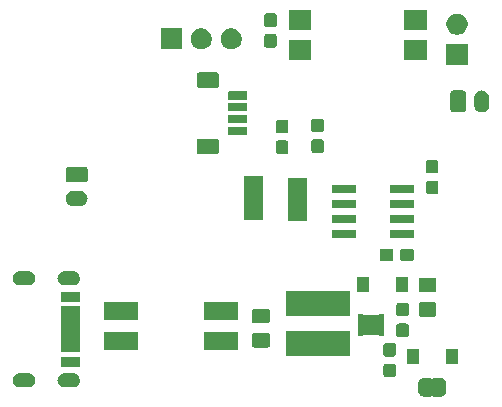
<source format=gts>
G04 #@! TF.GenerationSoftware,KiCad,Pcbnew,(5.1.5-0)*
G04 #@! TF.CreationDate,2022-05-19T14:53:53-06:00*
G04 #@! TF.ProjectId,TPS61165-heater-v5,54505336-3131-4363-952d-686561746572,rev?*
G04 #@! TF.SameCoordinates,Original*
G04 #@! TF.FileFunction,Soldermask,Top*
G04 #@! TF.FilePolarity,Negative*
%FSLAX46Y46*%
G04 Gerber Fmt 4.6, Leading zero omitted, Abs format (unit mm)*
G04 Created by KiCad (PCBNEW (5.1.5-0)) date 2022-05-19 14:53:53*
%MOMM*%
%LPD*%
G04 APERTURE LIST*
%ADD10C,0.100000*%
G04 APERTURE END LIST*
D10*
G36*
X152959999Y-87899737D02*
G01*
X152969608Y-87902652D01*
X152978472Y-87907390D01*
X152986237Y-87913763D01*
X152996448Y-87926206D01*
X153003378Y-87936575D01*
X153020705Y-87953902D01*
X153041080Y-87967515D01*
X153063720Y-87976891D01*
X153087753Y-87981671D01*
X153112257Y-87981670D01*
X153136290Y-87976888D01*
X153158929Y-87967510D01*
X153179302Y-87953895D01*
X153196629Y-87936568D01*
X153203558Y-87926198D01*
X153213763Y-87913763D01*
X153221528Y-87907390D01*
X153230392Y-87902652D01*
X153240001Y-87899737D01*
X153256140Y-87898148D01*
X153743861Y-87898148D01*
X153762199Y-87899954D01*
X153774450Y-87900556D01*
X153792869Y-87900556D01*
X153815149Y-87902750D01*
X153899233Y-87919476D01*
X153920660Y-87925976D01*
X153999858Y-87958780D01*
X154005303Y-87961691D01*
X154005309Y-87961693D01*
X154014169Y-87966429D01*
X154014173Y-87966432D01*
X154019614Y-87969340D01*
X154090899Y-88016971D01*
X154108204Y-88031172D01*
X154168828Y-88091796D01*
X154183029Y-88109101D01*
X154230660Y-88180386D01*
X154233568Y-88185827D01*
X154233571Y-88185831D01*
X154238307Y-88194691D01*
X154238309Y-88194697D01*
X154241220Y-88200142D01*
X154274024Y-88279340D01*
X154280524Y-88300767D01*
X154297250Y-88384851D01*
X154299444Y-88407131D01*
X154299444Y-88425550D01*
X154300046Y-88437801D01*
X154301852Y-88456139D01*
X154301852Y-88943862D01*
X154300046Y-88962199D01*
X154299444Y-88974450D01*
X154299444Y-88992869D01*
X154297250Y-89015149D01*
X154280524Y-89099233D01*
X154274024Y-89120660D01*
X154241220Y-89199858D01*
X154238309Y-89205303D01*
X154238307Y-89205309D01*
X154233571Y-89214169D01*
X154233568Y-89214173D01*
X154230660Y-89219614D01*
X154183029Y-89290899D01*
X154168828Y-89308204D01*
X154108204Y-89368828D01*
X154090899Y-89383029D01*
X154019614Y-89430660D01*
X154014173Y-89433568D01*
X154014169Y-89433571D01*
X154005309Y-89438307D01*
X154005303Y-89438309D01*
X153999858Y-89441220D01*
X153920660Y-89474024D01*
X153899233Y-89480524D01*
X153815149Y-89497250D01*
X153792869Y-89499444D01*
X153774450Y-89499444D01*
X153762199Y-89500046D01*
X153743862Y-89501852D01*
X153256140Y-89501852D01*
X153240001Y-89500263D01*
X153230392Y-89497348D01*
X153221528Y-89492610D01*
X153213763Y-89486237D01*
X153203552Y-89473794D01*
X153196622Y-89463425D01*
X153179295Y-89446098D01*
X153158920Y-89432485D01*
X153136280Y-89423109D01*
X153112247Y-89418329D01*
X153087743Y-89418330D01*
X153063710Y-89423112D01*
X153041071Y-89432490D01*
X153020698Y-89446105D01*
X153003371Y-89463432D01*
X152996442Y-89473802D01*
X152986237Y-89486237D01*
X152978472Y-89492610D01*
X152969608Y-89497348D01*
X152959999Y-89500263D01*
X152943860Y-89501852D01*
X152456138Y-89501852D01*
X152437801Y-89500046D01*
X152425550Y-89499444D01*
X152407131Y-89499444D01*
X152384851Y-89497250D01*
X152300767Y-89480524D01*
X152279340Y-89474024D01*
X152200142Y-89441220D01*
X152194697Y-89438309D01*
X152194691Y-89438307D01*
X152185831Y-89433571D01*
X152185827Y-89433568D01*
X152180386Y-89430660D01*
X152109101Y-89383029D01*
X152091796Y-89368828D01*
X152031172Y-89308204D01*
X152016971Y-89290899D01*
X151969340Y-89219614D01*
X151966432Y-89214173D01*
X151966429Y-89214169D01*
X151961693Y-89205309D01*
X151961691Y-89205303D01*
X151958780Y-89199858D01*
X151925976Y-89120660D01*
X151919476Y-89099233D01*
X151902750Y-89015149D01*
X151900556Y-88992869D01*
X151900556Y-88974450D01*
X151899954Y-88962199D01*
X151898148Y-88943862D01*
X151898148Y-88456139D01*
X151899954Y-88437801D01*
X151900556Y-88425550D01*
X151900556Y-88407131D01*
X151902750Y-88384851D01*
X151919476Y-88300767D01*
X151925976Y-88279340D01*
X151958780Y-88200142D01*
X151961691Y-88194697D01*
X151961693Y-88194691D01*
X151966429Y-88185831D01*
X151966432Y-88185827D01*
X151969340Y-88180386D01*
X152016971Y-88109101D01*
X152031172Y-88091796D01*
X152091796Y-88031172D01*
X152109101Y-88016971D01*
X152180386Y-87969340D01*
X152185827Y-87966432D01*
X152185831Y-87966429D01*
X152194691Y-87961693D01*
X152194697Y-87961691D01*
X152200142Y-87958780D01*
X152279340Y-87925976D01*
X152300767Y-87919476D01*
X152384851Y-87902750D01*
X152407131Y-87900556D01*
X152425550Y-87900556D01*
X152437801Y-87899954D01*
X152456139Y-87898148D01*
X152943860Y-87898148D01*
X152959999Y-87899737D01*
G37*
G36*
X122792818Y-87527696D02*
G01*
X122906105Y-87562062D01*
X123010512Y-87617869D01*
X123102027Y-87692973D01*
X123177131Y-87784488D01*
X123232938Y-87888895D01*
X123267304Y-88002182D01*
X123278907Y-88120000D01*
X123267304Y-88237818D01*
X123232938Y-88351105D01*
X123177131Y-88455512D01*
X123102027Y-88547027D01*
X123010512Y-88622131D01*
X122906105Y-88677938D01*
X122792818Y-88712304D01*
X122704519Y-88721000D01*
X121945481Y-88721000D01*
X121857182Y-88712304D01*
X121743895Y-88677938D01*
X121639488Y-88622131D01*
X121547973Y-88547027D01*
X121472869Y-88455512D01*
X121417062Y-88351105D01*
X121382696Y-88237818D01*
X121371093Y-88120000D01*
X121382696Y-88002182D01*
X121417062Y-87888895D01*
X121472869Y-87784488D01*
X121547973Y-87692973D01*
X121639488Y-87617869D01*
X121743895Y-87562062D01*
X121857182Y-87527696D01*
X121945481Y-87519000D01*
X122704519Y-87519000D01*
X122792818Y-87527696D01*
G37*
G36*
X118992818Y-87527696D02*
G01*
X119106105Y-87562062D01*
X119210512Y-87617869D01*
X119302027Y-87692973D01*
X119377131Y-87784488D01*
X119432938Y-87888895D01*
X119467304Y-88002182D01*
X119478907Y-88120000D01*
X119467304Y-88237818D01*
X119432938Y-88351105D01*
X119377131Y-88455512D01*
X119302027Y-88547027D01*
X119210512Y-88622131D01*
X119106105Y-88677938D01*
X118992818Y-88712304D01*
X118904519Y-88721000D01*
X118145481Y-88721000D01*
X118057182Y-88712304D01*
X117943895Y-88677938D01*
X117839488Y-88622131D01*
X117747973Y-88547027D01*
X117672869Y-88455512D01*
X117617062Y-88351105D01*
X117582696Y-88237818D01*
X117571093Y-88120000D01*
X117582696Y-88002182D01*
X117617062Y-87888895D01*
X117672869Y-87784488D01*
X117747973Y-87692973D01*
X117839488Y-87617869D01*
X117943895Y-87562062D01*
X118057182Y-87527696D01*
X118145481Y-87519000D01*
X118904519Y-87519000D01*
X118992818Y-87527696D01*
G37*
G36*
X149864499Y-86703445D02*
G01*
X149901995Y-86714820D01*
X149936554Y-86733292D01*
X149966847Y-86758153D01*
X149991708Y-86788446D01*
X150010180Y-86823005D01*
X150021555Y-86860501D01*
X150026000Y-86905638D01*
X150026000Y-87644362D01*
X150021555Y-87689499D01*
X150010180Y-87726995D01*
X149991708Y-87761554D01*
X149966847Y-87791847D01*
X149936554Y-87816708D01*
X149901995Y-87835180D01*
X149864499Y-87846555D01*
X149819362Y-87851000D01*
X149180638Y-87851000D01*
X149135501Y-87846555D01*
X149098005Y-87835180D01*
X149063446Y-87816708D01*
X149033153Y-87791847D01*
X149008292Y-87761554D01*
X148989820Y-87726995D01*
X148978445Y-87689499D01*
X148974000Y-87644362D01*
X148974000Y-86905638D01*
X148978445Y-86860501D01*
X148989820Y-86823005D01*
X149008292Y-86788446D01*
X149033153Y-86758153D01*
X149063446Y-86733292D01*
X149098005Y-86714820D01*
X149135501Y-86703445D01*
X149180638Y-86699000D01*
X149819362Y-86699000D01*
X149864499Y-86703445D01*
G37*
G36*
X123276000Y-87001000D02*
G01*
X121674000Y-87001000D01*
X121674000Y-86099000D01*
X123276000Y-86099000D01*
X123276000Y-87001000D01*
G37*
G36*
X155251000Y-86751000D02*
G01*
X154249000Y-86751000D01*
X154249000Y-85449000D01*
X155251000Y-85449000D01*
X155251000Y-86751000D01*
G37*
G36*
X151951000Y-86751000D02*
G01*
X150949000Y-86751000D01*
X150949000Y-85449000D01*
X151951000Y-85449000D01*
X151951000Y-86751000D01*
G37*
G36*
X149864499Y-84953445D02*
G01*
X149901995Y-84964820D01*
X149936554Y-84983292D01*
X149966847Y-85008153D01*
X149991708Y-85038446D01*
X150010180Y-85073005D01*
X150021555Y-85110501D01*
X150026000Y-85155638D01*
X150026000Y-85894362D01*
X150021555Y-85939499D01*
X150010180Y-85976995D01*
X149991708Y-86011554D01*
X149966847Y-86041847D01*
X149936554Y-86066708D01*
X149901995Y-86085180D01*
X149864499Y-86096555D01*
X149819362Y-86101000D01*
X149180638Y-86101000D01*
X149135501Y-86096555D01*
X149098005Y-86085180D01*
X149063446Y-86066708D01*
X149033153Y-86041847D01*
X149008292Y-86011554D01*
X148989820Y-85976995D01*
X148978445Y-85939499D01*
X148974000Y-85894362D01*
X148974000Y-85155638D01*
X148978445Y-85110501D01*
X148989820Y-85073005D01*
X149008292Y-85038446D01*
X149033153Y-85008153D01*
X149063446Y-84983292D01*
X149098005Y-84964820D01*
X149135501Y-84953445D01*
X149180638Y-84949000D01*
X149819362Y-84949000D01*
X149864499Y-84953445D01*
G37*
G36*
X146101000Y-86051000D02*
G01*
X140699000Y-86051000D01*
X140699000Y-83949000D01*
X146101000Y-83949000D01*
X146101000Y-86051000D01*
G37*
G36*
X123276000Y-85751000D02*
G01*
X121674000Y-85751000D01*
X121674000Y-81849000D01*
X123276000Y-81849000D01*
X123276000Y-85751000D01*
G37*
G36*
X136700500Y-85521000D02*
G01*
X133773500Y-85521000D01*
X133773500Y-84019000D01*
X136700500Y-84019000D01*
X136700500Y-85521000D01*
G37*
G36*
X128226500Y-85521000D02*
G01*
X125299500Y-85521000D01*
X125299500Y-84019000D01*
X128226500Y-84019000D01*
X128226500Y-85521000D01*
G37*
G36*
X139188674Y-84103465D02*
G01*
X139226367Y-84114899D01*
X139261103Y-84133466D01*
X139291548Y-84158452D01*
X139316534Y-84188897D01*
X139335101Y-84223633D01*
X139346535Y-84261326D01*
X139351000Y-84306661D01*
X139351000Y-85143339D01*
X139346535Y-85188674D01*
X139335101Y-85226367D01*
X139316534Y-85261103D01*
X139291548Y-85291548D01*
X139261103Y-85316534D01*
X139226367Y-85335101D01*
X139188674Y-85346535D01*
X139143339Y-85351000D01*
X138056661Y-85351000D01*
X138011326Y-85346535D01*
X137973633Y-85335101D01*
X137938897Y-85316534D01*
X137908452Y-85291548D01*
X137883466Y-85261103D01*
X137864899Y-85226367D01*
X137853465Y-85188674D01*
X137849000Y-85143339D01*
X137849000Y-84306661D01*
X137853465Y-84261326D01*
X137864899Y-84223633D01*
X137883466Y-84188897D01*
X137908452Y-84158452D01*
X137938897Y-84133466D01*
X137973633Y-84114899D01*
X138011326Y-84103465D01*
X138056661Y-84099000D01*
X139143339Y-84099000D01*
X139188674Y-84103465D01*
G37*
G36*
X150964499Y-83303445D02*
G01*
X151001995Y-83314820D01*
X151036554Y-83333292D01*
X151066847Y-83358153D01*
X151091708Y-83388446D01*
X151110180Y-83423005D01*
X151121555Y-83460501D01*
X151126000Y-83505638D01*
X151126000Y-84244362D01*
X151121555Y-84289499D01*
X151110180Y-84326995D01*
X151091708Y-84361554D01*
X151066847Y-84391847D01*
X151036554Y-84416708D01*
X151001995Y-84435180D01*
X150964499Y-84446555D01*
X150919362Y-84451000D01*
X150280638Y-84451000D01*
X150235501Y-84446555D01*
X150198005Y-84435180D01*
X150163446Y-84416708D01*
X150133153Y-84391847D01*
X150108292Y-84361554D01*
X150089820Y-84326995D01*
X150078445Y-84289499D01*
X150074000Y-84244362D01*
X150074000Y-83505638D01*
X150078445Y-83460501D01*
X150089820Y-83423005D01*
X150108292Y-83388446D01*
X150133153Y-83358153D01*
X150163446Y-83333292D01*
X150198005Y-83314820D01*
X150235501Y-83303445D01*
X150280638Y-83299000D01*
X150919362Y-83299000D01*
X150964499Y-83303445D01*
G37*
G36*
X147235202Y-82530683D02*
G01*
X147245735Y-82533878D01*
X147255443Y-82539067D01*
X147269530Y-82550628D01*
X147289904Y-82564241D01*
X147312543Y-82573618D01*
X147348827Y-82579000D01*
X148511173Y-82579000D01*
X148535559Y-82576598D01*
X148559008Y-82569485D01*
X148590470Y-82550628D01*
X148604557Y-82539067D01*
X148614265Y-82533878D01*
X148624798Y-82530683D01*
X148641888Y-82529000D01*
X148993112Y-82529000D01*
X149010202Y-82530683D01*
X149020735Y-82533878D01*
X149030443Y-82539068D01*
X149038951Y-82546049D01*
X149045932Y-82554557D01*
X149051122Y-82564265D01*
X149054317Y-82574798D01*
X149056000Y-82591888D01*
X149056000Y-82968112D01*
X149054317Y-82985202D01*
X149051122Y-82995735D01*
X149045932Y-83005443D01*
X149033371Y-83020749D01*
X149028417Y-83025704D01*
X149014803Y-83046079D01*
X149005427Y-83068718D01*
X149000647Y-83092751D01*
X149000647Y-83117255D01*
X149005428Y-83141288D01*
X149014806Y-83163927D01*
X149028420Y-83184301D01*
X149033378Y-83189259D01*
X149045932Y-83204557D01*
X149051122Y-83214265D01*
X149054317Y-83224798D01*
X149056000Y-83241888D01*
X149056000Y-83618112D01*
X149054317Y-83635202D01*
X149051122Y-83645735D01*
X149045932Y-83655443D01*
X149033371Y-83670749D01*
X149028417Y-83675704D01*
X149014803Y-83696079D01*
X149005427Y-83718718D01*
X149000647Y-83742751D01*
X149000647Y-83767255D01*
X149005428Y-83791288D01*
X149014806Y-83813927D01*
X149028420Y-83834301D01*
X149033378Y-83839259D01*
X149045932Y-83854557D01*
X149051122Y-83864265D01*
X149054317Y-83874798D01*
X149056000Y-83891888D01*
X149056000Y-84268112D01*
X149054317Y-84285202D01*
X149051122Y-84295735D01*
X149045932Y-84305443D01*
X149038951Y-84313951D01*
X149030443Y-84320932D01*
X149020735Y-84326122D01*
X149010202Y-84329317D01*
X148993112Y-84331000D01*
X148641888Y-84331000D01*
X148624798Y-84329317D01*
X148614265Y-84326122D01*
X148604557Y-84320933D01*
X148590470Y-84309372D01*
X148570096Y-84295759D01*
X148547457Y-84286382D01*
X148511173Y-84281000D01*
X147348827Y-84281000D01*
X147324441Y-84283402D01*
X147300992Y-84290515D01*
X147269530Y-84309372D01*
X147255443Y-84320933D01*
X147245735Y-84326122D01*
X147235202Y-84329317D01*
X147218112Y-84331000D01*
X146866888Y-84331000D01*
X146849798Y-84329317D01*
X146839265Y-84326122D01*
X146829557Y-84320932D01*
X146821049Y-84313951D01*
X146814068Y-84305443D01*
X146808878Y-84295735D01*
X146805683Y-84285202D01*
X146804000Y-84268112D01*
X146804000Y-83891888D01*
X146805683Y-83874798D01*
X146808878Y-83864265D01*
X146814068Y-83854557D01*
X146826629Y-83839251D01*
X146831583Y-83834296D01*
X146845197Y-83813921D01*
X146854573Y-83791282D01*
X146859353Y-83767249D01*
X146859353Y-83742745D01*
X146854572Y-83718712D01*
X146845194Y-83696073D01*
X146831580Y-83675699D01*
X146826622Y-83670741D01*
X146814068Y-83655443D01*
X146808878Y-83645735D01*
X146805683Y-83635202D01*
X146804000Y-83618112D01*
X146804000Y-83241888D01*
X146805683Y-83224798D01*
X146808878Y-83214265D01*
X146814068Y-83204557D01*
X146826629Y-83189251D01*
X146831583Y-83184296D01*
X146845197Y-83163921D01*
X146854573Y-83141282D01*
X146859353Y-83117249D01*
X146859353Y-83092745D01*
X146854572Y-83068712D01*
X146845194Y-83046073D01*
X146831580Y-83025699D01*
X146826622Y-83020741D01*
X146814068Y-83005443D01*
X146808878Y-82995735D01*
X146805683Y-82985202D01*
X146804000Y-82968112D01*
X146804000Y-82591888D01*
X146805683Y-82574798D01*
X146808878Y-82564265D01*
X146814068Y-82554557D01*
X146821049Y-82546049D01*
X146829557Y-82539068D01*
X146839265Y-82533878D01*
X146849798Y-82530683D01*
X146866888Y-82529000D01*
X147218112Y-82529000D01*
X147235202Y-82530683D01*
G37*
G36*
X139188674Y-82053465D02*
G01*
X139226367Y-82064899D01*
X139261103Y-82083466D01*
X139291548Y-82108452D01*
X139316534Y-82138897D01*
X139335101Y-82173633D01*
X139346535Y-82211326D01*
X139351000Y-82256661D01*
X139351000Y-83093339D01*
X139346535Y-83138674D01*
X139335101Y-83176367D01*
X139316534Y-83211103D01*
X139291548Y-83241548D01*
X139261103Y-83266534D01*
X139226367Y-83285101D01*
X139188674Y-83296535D01*
X139143339Y-83301000D01*
X138056661Y-83301000D01*
X138011326Y-83296535D01*
X137973633Y-83285101D01*
X137938897Y-83266534D01*
X137908452Y-83241548D01*
X137883466Y-83211103D01*
X137864899Y-83176367D01*
X137853465Y-83138674D01*
X137849000Y-83093339D01*
X137849000Y-82256661D01*
X137853465Y-82211326D01*
X137864899Y-82173633D01*
X137883466Y-82138897D01*
X137908452Y-82108452D01*
X137938897Y-82083466D01*
X137973633Y-82064899D01*
X138011326Y-82053465D01*
X138056661Y-82049000D01*
X139143339Y-82049000D01*
X139188674Y-82053465D01*
G37*
G36*
X128226500Y-82981000D02*
G01*
X125299500Y-82981000D01*
X125299500Y-81479000D01*
X128226500Y-81479000D01*
X128226500Y-82981000D01*
G37*
G36*
X136700500Y-82981000D02*
G01*
X133773500Y-82981000D01*
X133773500Y-81479000D01*
X136700500Y-81479000D01*
X136700500Y-82981000D01*
G37*
G36*
X153288674Y-81478465D02*
G01*
X153326367Y-81489899D01*
X153361103Y-81508466D01*
X153391548Y-81533452D01*
X153416534Y-81563897D01*
X153435101Y-81598633D01*
X153446535Y-81636326D01*
X153451000Y-81681661D01*
X153451000Y-82518339D01*
X153446535Y-82563674D01*
X153435101Y-82601367D01*
X153416534Y-82636103D01*
X153391548Y-82666548D01*
X153361103Y-82691534D01*
X153326367Y-82710101D01*
X153288674Y-82721535D01*
X153243339Y-82726000D01*
X152156661Y-82726000D01*
X152111326Y-82721535D01*
X152073633Y-82710101D01*
X152038897Y-82691534D01*
X152008452Y-82666548D01*
X151983466Y-82636103D01*
X151964899Y-82601367D01*
X151953465Y-82563674D01*
X151949000Y-82518339D01*
X151949000Y-81681661D01*
X151953465Y-81636326D01*
X151964899Y-81598633D01*
X151983466Y-81563897D01*
X152008452Y-81533452D01*
X152038897Y-81508466D01*
X152073633Y-81489899D01*
X152111326Y-81478465D01*
X152156661Y-81474000D01*
X153243339Y-81474000D01*
X153288674Y-81478465D01*
G37*
G36*
X150964499Y-81553445D02*
G01*
X151001995Y-81564820D01*
X151036554Y-81583292D01*
X151066847Y-81608153D01*
X151091708Y-81638446D01*
X151110180Y-81673005D01*
X151121555Y-81710501D01*
X151126000Y-81755638D01*
X151126000Y-82494362D01*
X151121555Y-82539499D01*
X151110180Y-82576995D01*
X151091708Y-82611554D01*
X151066847Y-82641847D01*
X151036554Y-82666708D01*
X151001995Y-82685180D01*
X150964499Y-82696555D01*
X150919362Y-82701000D01*
X150280638Y-82701000D01*
X150235501Y-82696555D01*
X150198005Y-82685180D01*
X150163446Y-82666708D01*
X150133153Y-82641847D01*
X150108292Y-82611554D01*
X150089820Y-82576995D01*
X150078445Y-82539499D01*
X150074000Y-82494362D01*
X150074000Y-81755638D01*
X150078445Y-81710501D01*
X150089820Y-81673005D01*
X150108292Y-81638446D01*
X150133153Y-81608153D01*
X150163446Y-81583292D01*
X150198005Y-81564820D01*
X150235501Y-81553445D01*
X150280638Y-81549000D01*
X150919362Y-81549000D01*
X150964499Y-81553445D01*
G37*
G36*
X146101000Y-82651000D02*
G01*
X140699000Y-82651000D01*
X140699000Y-80549000D01*
X146101000Y-80549000D01*
X146101000Y-82651000D01*
G37*
G36*
X123276000Y-81501000D02*
G01*
X121674000Y-81501000D01*
X121674000Y-80599000D01*
X123276000Y-80599000D01*
X123276000Y-81501000D01*
G37*
G36*
X153288674Y-79428465D02*
G01*
X153326367Y-79439899D01*
X153361103Y-79458466D01*
X153391548Y-79483452D01*
X153416534Y-79513897D01*
X153435101Y-79548633D01*
X153446535Y-79586326D01*
X153451000Y-79631661D01*
X153451000Y-80468339D01*
X153446535Y-80513674D01*
X153435101Y-80551367D01*
X153416534Y-80586103D01*
X153391548Y-80616548D01*
X153361103Y-80641534D01*
X153326367Y-80660101D01*
X153288674Y-80671535D01*
X153243339Y-80676000D01*
X152156661Y-80676000D01*
X152111326Y-80671535D01*
X152073633Y-80660101D01*
X152038897Y-80641534D01*
X152008452Y-80616548D01*
X151983466Y-80586103D01*
X151964899Y-80551367D01*
X151953465Y-80513674D01*
X151949000Y-80468339D01*
X151949000Y-79631661D01*
X151953465Y-79586326D01*
X151964899Y-79548633D01*
X151983466Y-79513897D01*
X152008452Y-79483452D01*
X152038897Y-79458466D01*
X152073633Y-79439899D01*
X152111326Y-79428465D01*
X152156661Y-79424000D01*
X153243339Y-79424000D01*
X153288674Y-79428465D01*
G37*
G36*
X151051000Y-80651000D02*
G01*
X150049000Y-80651000D01*
X150049000Y-79349000D01*
X151051000Y-79349000D01*
X151051000Y-80651000D01*
G37*
G36*
X147751000Y-80651000D02*
G01*
X146749000Y-80651000D01*
X146749000Y-79349000D01*
X147751000Y-79349000D01*
X147751000Y-80651000D01*
G37*
G36*
X118992818Y-78887696D02*
G01*
X119106105Y-78922062D01*
X119210512Y-78977869D01*
X119302027Y-79052973D01*
X119377131Y-79144488D01*
X119432938Y-79248895D01*
X119467304Y-79362182D01*
X119478907Y-79480000D01*
X119467304Y-79597818D01*
X119432938Y-79711105D01*
X119377131Y-79815512D01*
X119302027Y-79907027D01*
X119210512Y-79982131D01*
X119106105Y-80037938D01*
X118992818Y-80072304D01*
X118904519Y-80081000D01*
X118145481Y-80081000D01*
X118057182Y-80072304D01*
X117943895Y-80037938D01*
X117839488Y-79982131D01*
X117747973Y-79907027D01*
X117672869Y-79815512D01*
X117617062Y-79711105D01*
X117582696Y-79597818D01*
X117571093Y-79480000D01*
X117582696Y-79362182D01*
X117617062Y-79248895D01*
X117672869Y-79144488D01*
X117747973Y-79052973D01*
X117839488Y-78977869D01*
X117943895Y-78922062D01*
X118057182Y-78887696D01*
X118145481Y-78879000D01*
X118904519Y-78879000D01*
X118992818Y-78887696D01*
G37*
G36*
X122792818Y-78887696D02*
G01*
X122906105Y-78922062D01*
X123010512Y-78977869D01*
X123102027Y-79052973D01*
X123177131Y-79144488D01*
X123232938Y-79248895D01*
X123267304Y-79362182D01*
X123278907Y-79480000D01*
X123267304Y-79597818D01*
X123232938Y-79711105D01*
X123177131Y-79815512D01*
X123102027Y-79907027D01*
X123010512Y-79982131D01*
X122906105Y-80037938D01*
X122792818Y-80072304D01*
X122704519Y-80081000D01*
X121945481Y-80081000D01*
X121857182Y-80072304D01*
X121743895Y-80037938D01*
X121639488Y-79982131D01*
X121547973Y-79907027D01*
X121472869Y-79815512D01*
X121417062Y-79711105D01*
X121382696Y-79597818D01*
X121371093Y-79480000D01*
X121382696Y-79362182D01*
X121417062Y-79248895D01*
X121472869Y-79144488D01*
X121547973Y-79052973D01*
X121639488Y-78977869D01*
X121743895Y-78922062D01*
X121857182Y-78887696D01*
X121945481Y-78879000D01*
X122704519Y-78879000D01*
X122792818Y-78887696D01*
G37*
G36*
X151389499Y-76978445D02*
G01*
X151426995Y-76989820D01*
X151461554Y-77008292D01*
X151491847Y-77033153D01*
X151516708Y-77063446D01*
X151535180Y-77098005D01*
X151546555Y-77135501D01*
X151551000Y-77180638D01*
X151551000Y-77819362D01*
X151546555Y-77864499D01*
X151535180Y-77901995D01*
X151516708Y-77936554D01*
X151491847Y-77966847D01*
X151461554Y-77991708D01*
X151426995Y-78010180D01*
X151389499Y-78021555D01*
X151344362Y-78026000D01*
X150605638Y-78026000D01*
X150560501Y-78021555D01*
X150523005Y-78010180D01*
X150488446Y-77991708D01*
X150458153Y-77966847D01*
X150433292Y-77936554D01*
X150414820Y-77901995D01*
X150403445Y-77864499D01*
X150399000Y-77819362D01*
X150399000Y-77180638D01*
X150403445Y-77135501D01*
X150414820Y-77098005D01*
X150433292Y-77063446D01*
X150458153Y-77033153D01*
X150488446Y-77008292D01*
X150523005Y-76989820D01*
X150560501Y-76978445D01*
X150605638Y-76974000D01*
X151344362Y-76974000D01*
X151389499Y-76978445D01*
G37*
G36*
X149639499Y-76978445D02*
G01*
X149676995Y-76989820D01*
X149711554Y-77008292D01*
X149741847Y-77033153D01*
X149766708Y-77063446D01*
X149785180Y-77098005D01*
X149796555Y-77135501D01*
X149801000Y-77180638D01*
X149801000Y-77819362D01*
X149796555Y-77864499D01*
X149785180Y-77901995D01*
X149766708Y-77936554D01*
X149741847Y-77966847D01*
X149711554Y-77991708D01*
X149676995Y-78010180D01*
X149639499Y-78021555D01*
X149594362Y-78026000D01*
X148855638Y-78026000D01*
X148810501Y-78021555D01*
X148773005Y-78010180D01*
X148738446Y-77991708D01*
X148708153Y-77966847D01*
X148683292Y-77936554D01*
X148664820Y-77901995D01*
X148653445Y-77864499D01*
X148649000Y-77819362D01*
X148649000Y-77180638D01*
X148653445Y-77135501D01*
X148664820Y-77098005D01*
X148683292Y-77063446D01*
X148708153Y-77033153D01*
X148738446Y-77008292D01*
X148773005Y-76989820D01*
X148810501Y-76978445D01*
X148855638Y-76974000D01*
X149594362Y-76974000D01*
X149639499Y-76978445D01*
G37*
G36*
X146559928Y-75356764D02*
G01*
X146581009Y-75363160D01*
X146600445Y-75373548D01*
X146617476Y-75387524D01*
X146631452Y-75404555D01*
X146641840Y-75423991D01*
X146648236Y-75445072D01*
X146651000Y-75473140D01*
X146651000Y-75936860D01*
X146648236Y-75964928D01*
X146641840Y-75986009D01*
X146631452Y-76005445D01*
X146617476Y-76022476D01*
X146600445Y-76036452D01*
X146581009Y-76046840D01*
X146559928Y-76053236D01*
X146531860Y-76056000D01*
X144718140Y-76056000D01*
X144690072Y-76053236D01*
X144668991Y-76046840D01*
X144649555Y-76036452D01*
X144632524Y-76022476D01*
X144618548Y-76005445D01*
X144608160Y-75986009D01*
X144601764Y-75964928D01*
X144599000Y-75936860D01*
X144599000Y-75473140D01*
X144601764Y-75445072D01*
X144608160Y-75423991D01*
X144618548Y-75404555D01*
X144632524Y-75387524D01*
X144649555Y-75373548D01*
X144668991Y-75363160D01*
X144690072Y-75356764D01*
X144718140Y-75354000D01*
X146531860Y-75354000D01*
X146559928Y-75356764D01*
G37*
G36*
X151509928Y-75356764D02*
G01*
X151531009Y-75363160D01*
X151550445Y-75373548D01*
X151567476Y-75387524D01*
X151581452Y-75404555D01*
X151591840Y-75423991D01*
X151598236Y-75445072D01*
X151601000Y-75473140D01*
X151601000Y-75936860D01*
X151598236Y-75964928D01*
X151591840Y-75986009D01*
X151581452Y-76005445D01*
X151567476Y-76022476D01*
X151550445Y-76036452D01*
X151531009Y-76046840D01*
X151509928Y-76053236D01*
X151481860Y-76056000D01*
X149668140Y-76056000D01*
X149640072Y-76053236D01*
X149618991Y-76046840D01*
X149599555Y-76036452D01*
X149582524Y-76022476D01*
X149568548Y-76005445D01*
X149558160Y-75986009D01*
X149551764Y-75964928D01*
X149549000Y-75936860D01*
X149549000Y-75473140D01*
X149551764Y-75445072D01*
X149558160Y-75423991D01*
X149568548Y-75404555D01*
X149582524Y-75387524D01*
X149599555Y-75373548D01*
X149618991Y-75363160D01*
X149640072Y-75356764D01*
X149668140Y-75354000D01*
X151481860Y-75354000D01*
X151509928Y-75356764D01*
G37*
G36*
X146559928Y-74086764D02*
G01*
X146581009Y-74093160D01*
X146600445Y-74103548D01*
X146617476Y-74117524D01*
X146631452Y-74134555D01*
X146641840Y-74153991D01*
X146648236Y-74175072D01*
X146651000Y-74203140D01*
X146651000Y-74666860D01*
X146648236Y-74694928D01*
X146641840Y-74716009D01*
X146631452Y-74735445D01*
X146617476Y-74752476D01*
X146600445Y-74766452D01*
X146581009Y-74776840D01*
X146559928Y-74783236D01*
X146531860Y-74786000D01*
X144718140Y-74786000D01*
X144690072Y-74783236D01*
X144668991Y-74776840D01*
X144649555Y-74766452D01*
X144632524Y-74752476D01*
X144618548Y-74735445D01*
X144608160Y-74716009D01*
X144601764Y-74694928D01*
X144599000Y-74666860D01*
X144599000Y-74203140D01*
X144601764Y-74175072D01*
X144608160Y-74153991D01*
X144618548Y-74134555D01*
X144632524Y-74117524D01*
X144649555Y-74103548D01*
X144668991Y-74093160D01*
X144690072Y-74086764D01*
X144718140Y-74084000D01*
X146531860Y-74084000D01*
X146559928Y-74086764D01*
G37*
G36*
X151509928Y-74086764D02*
G01*
X151531009Y-74093160D01*
X151550445Y-74103548D01*
X151567476Y-74117524D01*
X151581452Y-74134555D01*
X151591840Y-74153991D01*
X151598236Y-74175072D01*
X151601000Y-74203140D01*
X151601000Y-74666860D01*
X151598236Y-74694928D01*
X151591840Y-74716009D01*
X151581452Y-74735445D01*
X151567476Y-74752476D01*
X151550445Y-74766452D01*
X151531009Y-74776840D01*
X151509928Y-74783236D01*
X151481860Y-74786000D01*
X149668140Y-74786000D01*
X149640072Y-74783236D01*
X149618991Y-74776840D01*
X149599555Y-74766452D01*
X149582524Y-74752476D01*
X149568548Y-74735445D01*
X149558160Y-74716009D01*
X149551764Y-74694928D01*
X149549000Y-74666860D01*
X149549000Y-74203140D01*
X149551764Y-74175072D01*
X149558160Y-74153991D01*
X149568548Y-74134555D01*
X149582524Y-74117524D01*
X149599555Y-74103548D01*
X149618991Y-74093160D01*
X149640072Y-74086764D01*
X149668140Y-74084000D01*
X151481860Y-74084000D01*
X151509928Y-74086764D01*
G37*
G36*
X142501000Y-74651000D02*
G01*
X140899000Y-74651000D01*
X140899000Y-70949000D01*
X142501000Y-70949000D01*
X142501000Y-74651000D01*
G37*
G36*
X138801000Y-74551000D02*
G01*
X137199000Y-74551000D01*
X137199000Y-70849000D01*
X138801000Y-70849000D01*
X138801000Y-74551000D01*
G37*
G36*
X146559928Y-72816764D02*
G01*
X146581009Y-72823160D01*
X146600445Y-72833548D01*
X146617476Y-72847524D01*
X146631452Y-72864555D01*
X146641840Y-72883991D01*
X146648236Y-72905072D01*
X146651000Y-72933140D01*
X146651000Y-73396860D01*
X146648236Y-73424928D01*
X146641840Y-73446009D01*
X146631452Y-73465445D01*
X146617476Y-73482476D01*
X146600445Y-73496452D01*
X146581009Y-73506840D01*
X146559928Y-73513236D01*
X146531860Y-73516000D01*
X144718140Y-73516000D01*
X144690072Y-73513236D01*
X144668991Y-73506840D01*
X144649555Y-73496452D01*
X144632524Y-73482476D01*
X144618548Y-73465445D01*
X144608160Y-73446009D01*
X144601764Y-73424928D01*
X144599000Y-73396860D01*
X144599000Y-72933140D01*
X144601764Y-72905072D01*
X144608160Y-72883991D01*
X144618548Y-72864555D01*
X144632524Y-72847524D01*
X144649555Y-72833548D01*
X144668991Y-72823160D01*
X144690072Y-72816764D01*
X144718140Y-72814000D01*
X146531860Y-72814000D01*
X146559928Y-72816764D01*
G37*
G36*
X151509928Y-72816764D02*
G01*
X151531009Y-72823160D01*
X151550445Y-72833548D01*
X151567476Y-72847524D01*
X151581452Y-72864555D01*
X151591840Y-72883991D01*
X151598236Y-72905072D01*
X151601000Y-72933140D01*
X151601000Y-73396860D01*
X151598236Y-73424928D01*
X151591840Y-73446009D01*
X151581452Y-73465445D01*
X151567476Y-73482476D01*
X151550445Y-73496452D01*
X151531009Y-73506840D01*
X151509928Y-73513236D01*
X151481860Y-73516000D01*
X149668140Y-73516000D01*
X149640072Y-73513236D01*
X149618991Y-73506840D01*
X149599555Y-73496452D01*
X149582524Y-73482476D01*
X149568548Y-73465445D01*
X149558160Y-73446009D01*
X149551764Y-73424928D01*
X149549000Y-73396860D01*
X149549000Y-72933140D01*
X149551764Y-72905072D01*
X149558160Y-72883991D01*
X149568548Y-72864555D01*
X149582524Y-72847524D01*
X149599555Y-72833548D01*
X149618991Y-72823160D01*
X149640072Y-72816764D01*
X149668140Y-72814000D01*
X151481860Y-72814000D01*
X151509928Y-72816764D01*
G37*
G36*
X123327280Y-72051000D02*
G01*
X123402618Y-72058420D01*
X123493404Y-72085960D01*
X123525336Y-72095646D01*
X123638425Y-72156094D01*
X123737554Y-72237446D01*
X123818906Y-72336575D01*
X123879354Y-72449664D01*
X123879355Y-72449668D01*
X123916580Y-72572382D01*
X123929149Y-72700000D01*
X123916580Y-72827618D01*
X123889040Y-72918404D01*
X123879354Y-72950336D01*
X123818906Y-73063425D01*
X123737554Y-73162554D01*
X123638425Y-73243906D01*
X123525336Y-73304354D01*
X123493404Y-73314040D01*
X123402618Y-73341580D01*
X123338855Y-73347860D01*
X123306974Y-73351000D01*
X122693026Y-73351000D01*
X122661145Y-73347860D01*
X122597382Y-73341580D01*
X122506596Y-73314040D01*
X122474664Y-73304354D01*
X122361575Y-73243906D01*
X122262446Y-73162554D01*
X122181094Y-73063425D01*
X122120646Y-72950336D01*
X122110960Y-72918404D01*
X122083420Y-72827618D01*
X122070851Y-72700000D01*
X122083420Y-72572382D01*
X122120645Y-72449668D01*
X122120646Y-72449664D01*
X122181094Y-72336575D01*
X122262446Y-72237446D01*
X122361575Y-72156094D01*
X122474664Y-72095646D01*
X122506596Y-72085960D01*
X122597382Y-72058420D01*
X122672720Y-72051000D01*
X122693026Y-72049000D01*
X123306974Y-72049000D01*
X123327280Y-72051000D01*
G37*
G36*
X153464499Y-71203445D02*
G01*
X153501995Y-71214820D01*
X153536554Y-71233292D01*
X153566847Y-71258153D01*
X153591708Y-71288446D01*
X153610180Y-71323005D01*
X153621555Y-71360501D01*
X153626000Y-71405638D01*
X153626000Y-72144362D01*
X153621555Y-72189499D01*
X153610180Y-72226995D01*
X153591708Y-72261554D01*
X153566847Y-72291847D01*
X153536554Y-72316708D01*
X153501995Y-72335180D01*
X153464499Y-72346555D01*
X153419362Y-72351000D01*
X152780638Y-72351000D01*
X152735501Y-72346555D01*
X152698005Y-72335180D01*
X152663446Y-72316708D01*
X152633153Y-72291847D01*
X152608292Y-72261554D01*
X152589820Y-72226995D01*
X152578445Y-72189499D01*
X152574000Y-72144362D01*
X152574000Y-71405638D01*
X152578445Y-71360501D01*
X152589820Y-71323005D01*
X152608292Y-71288446D01*
X152633153Y-71258153D01*
X152663446Y-71233292D01*
X152698005Y-71214820D01*
X152735501Y-71203445D01*
X152780638Y-71199000D01*
X153419362Y-71199000D01*
X153464499Y-71203445D01*
G37*
G36*
X146559928Y-71546764D02*
G01*
X146581009Y-71553160D01*
X146600445Y-71563548D01*
X146617476Y-71577524D01*
X146631452Y-71594555D01*
X146641840Y-71613991D01*
X146648236Y-71635072D01*
X146651000Y-71663140D01*
X146651000Y-72126860D01*
X146648236Y-72154928D01*
X146641840Y-72176009D01*
X146631452Y-72195445D01*
X146617476Y-72212476D01*
X146600445Y-72226452D01*
X146581009Y-72236840D01*
X146559928Y-72243236D01*
X146531860Y-72246000D01*
X144718140Y-72246000D01*
X144690072Y-72243236D01*
X144668991Y-72236840D01*
X144649555Y-72226452D01*
X144632524Y-72212476D01*
X144618548Y-72195445D01*
X144608160Y-72176009D01*
X144601764Y-72154928D01*
X144599000Y-72126860D01*
X144599000Y-71663140D01*
X144601764Y-71635072D01*
X144608160Y-71613991D01*
X144618548Y-71594555D01*
X144632524Y-71577524D01*
X144649555Y-71563548D01*
X144668991Y-71553160D01*
X144690072Y-71546764D01*
X144718140Y-71544000D01*
X146531860Y-71544000D01*
X146559928Y-71546764D01*
G37*
G36*
X151509928Y-71546764D02*
G01*
X151531009Y-71553160D01*
X151550445Y-71563548D01*
X151567476Y-71577524D01*
X151581452Y-71594555D01*
X151591840Y-71613991D01*
X151598236Y-71635072D01*
X151601000Y-71663140D01*
X151601000Y-72126860D01*
X151598236Y-72154928D01*
X151591840Y-72176009D01*
X151581452Y-72195445D01*
X151567476Y-72212476D01*
X151550445Y-72226452D01*
X151531009Y-72236840D01*
X151509928Y-72243236D01*
X151481860Y-72246000D01*
X149668140Y-72246000D01*
X149640072Y-72243236D01*
X149618991Y-72236840D01*
X149599555Y-72226452D01*
X149582524Y-72212476D01*
X149568548Y-72195445D01*
X149558160Y-72176009D01*
X149551764Y-72154928D01*
X149549000Y-72126860D01*
X149549000Y-71663140D01*
X149551764Y-71635072D01*
X149558160Y-71613991D01*
X149568548Y-71594555D01*
X149582524Y-71577524D01*
X149599555Y-71563548D01*
X149618991Y-71553160D01*
X149640072Y-71546764D01*
X149668140Y-71544000D01*
X151481860Y-71544000D01*
X151509928Y-71546764D01*
G37*
G36*
X123766242Y-70053404D02*
G01*
X123803337Y-70064657D01*
X123837515Y-70082925D01*
X123867481Y-70107519D01*
X123892075Y-70137485D01*
X123910343Y-70171663D01*
X123921596Y-70208758D01*
X123926000Y-70253474D01*
X123926000Y-71146526D01*
X123921596Y-71191242D01*
X123910343Y-71228337D01*
X123892075Y-71262515D01*
X123867481Y-71292481D01*
X123837515Y-71317075D01*
X123803337Y-71335343D01*
X123766242Y-71346596D01*
X123721526Y-71351000D01*
X122278474Y-71351000D01*
X122233758Y-71346596D01*
X122196663Y-71335343D01*
X122162485Y-71317075D01*
X122132519Y-71292481D01*
X122107925Y-71262515D01*
X122089657Y-71228337D01*
X122078404Y-71191242D01*
X122074000Y-71146526D01*
X122074000Y-70253474D01*
X122078404Y-70208758D01*
X122089657Y-70171663D01*
X122107925Y-70137485D01*
X122132519Y-70107519D01*
X122162485Y-70082925D01*
X122196663Y-70064657D01*
X122233758Y-70053404D01*
X122278474Y-70049000D01*
X123721526Y-70049000D01*
X123766242Y-70053404D01*
G37*
G36*
X153464499Y-69453445D02*
G01*
X153501995Y-69464820D01*
X153536554Y-69483292D01*
X153566847Y-69508153D01*
X153591708Y-69538446D01*
X153610180Y-69573005D01*
X153621555Y-69610501D01*
X153626000Y-69655638D01*
X153626000Y-70394362D01*
X153621555Y-70439499D01*
X153610180Y-70476995D01*
X153591708Y-70511554D01*
X153566847Y-70541847D01*
X153536554Y-70566708D01*
X153501995Y-70585180D01*
X153464499Y-70596555D01*
X153419362Y-70601000D01*
X152780638Y-70601000D01*
X152735501Y-70596555D01*
X152698005Y-70585180D01*
X152663446Y-70566708D01*
X152633153Y-70541847D01*
X152608292Y-70511554D01*
X152589820Y-70476995D01*
X152578445Y-70439499D01*
X152574000Y-70394362D01*
X152574000Y-69655638D01*
X152578445Y-69610501D01*
X152589820Y-69573005D01*
X152608292Y-69538446D01*
X152633153Y-69508153D01*
X152663446Y-69483292D01*
X152698005Y-69464820D01*
X152735501Y-69453445D01*
X152780638Y-69449000D01*
X153419362Y-69449000D01*
X153464499Y-69453445D01*
G37*
G36*
X134891242Y-67653404D02*
G01*
X134928337Y-67664657D01*
X134962515Y-67682925D01*
X134992481Y-67707519D01*
X135017075Y-67737485D01*
X135035343Y-67771663D01*
X135046596Y-67808758D01*
X135051000Y-67853474D01*
X135051000Y-68746526D01*
X135046596Y-68791242D01*
X135035343Y-68828337D01*
X135017075Y-68862515D01*
X134992481Y-68892481D01*
X134962515Y-68917075D01*
X134928337Y-68935343D01*
X134891242Y-68946596D01*
X134846526Y-68951000D01*
X133353474Y-68951000D01*
X133308758Y-68946596D01*
X133271663Y-68935343D01*
X133237485Y-68917075D01*
X133207519Y-68892481D01*
X133182925Y-68862515D01*
X133164657Y-68828337D01*
X133153404Y-68791242D01*
X133149000Y-68746526D01*
X133149000Y-67853474D01*
X133153404Y-67808758D01*
X133164657Y-67771663D01*
X133182925Y-67737485D01*
X133207519Y-67707519D01*
X133237485Y-67682925D01*
X133271663Y-67664657D01*
X133308758Y-67653404D01*
X133353474Y-67649000D01*
X134846526Y-67649000D01*
X134891242Y-67653404D01*
G37*
G36*
X140764499Y-67803445D02*
G01*
X140801995Y-67814820D01*
X140836554Y-67833292D01*
X140866847Y-67858153D01*
X140891708Y-67888446D01*
X140910180Y-67923005D01*
X140921555Y-67960501D01*
X140926000Y-68005638D01*
X140926000Y-68744362D01*
X140921555Y-68789499D01*
X140910180Y-68826995D01*
X140891708Y-68861554D01*
X140866847Y-68891847D01*
X140836554Y-68916708D01*
X140801995Y-68935180D01*
X140764499Y-68946555D01*
X140719362Y-68951000D01*
X140080638Y-68951000D01*
X140035501Y-68946555D01*
X139998005Y-68935180D01*
X139963446Y-68916708D01*
X139933153Y-68891847D01*
X139908292Y-68861554D01*
X139889820Y-68826995D01*
X139878445Y-68789499D01*
X139874000Y-68744362D01*
X139874000Y-68005638D01*
X139878445Y-67960501D01*
X139889820Y-67923005D01*
X139908292Y-67888446D01*
X139933153Y-67858153D01*
X139963446Y-67833292D01*
X139998005Y-67814820D01*
X140035501Y-67803445D01*
X140080638Y-67799000D01*
X140719362Y-67799000D01*
X140764499Y-67803445D01*
G37*
G36*
X143764499Y-67703445D02*
G01*
X143801995Y-67714820D01*
X143836554Y-67733292D01*
X143866847Y-67758153D01*
X143891708Y-67788446D01*
X143910180Y-67823005D01*
X143921555Y-67860501D01*
X143926000Y-67905638D01*
X143926000Y-68644362D01*
X143921555Y-68689499D01*
X143910180Y-68726995D01*
X143891708Y-68761554D01*
X143866847Y-68791847D01*
X143836554Y-68816708D01*
X143801995Y-68835180D01*
X143764499Y-68846555D01*
X143719362Y-68851000D01*
X143080638Y-68851000D01*
X143035501Y-68846555D01*
X142998005Y-68835180D01*
X142963446Y-68816708D01*
X142933153Y-68791847D01*
X142908292Y-68761554D01*
X142889820Y-68726995D01*
X142878445Y-68689499D01*
X142874000Y-68644362D01*
X142874000Y-67905638D01*
X142878445Y-67860501D01*
X142889820Y-67823005D01*
X142908292Y-67788446D01*
X142933153Y-67758153D01*
X142963446Y-67733292D01*
X142998005Y-67714820D01*
X143035501Y-67703445D01*
X143080638Y-67699000D01*
X143719362Y-67699000D01*
X143764499Y-67703445D01*
G37*
G36*
X137359928Y-66651764D02*
G01*
X137381009Y-66658160D01*
X137400445Y-66668548D01*
X137417476Y-66682524D01*
X137431452Y-66699555D01*
X137441840Y-66718991D01*
X137448236Y-66740072D01*
X137451000Y-66768140D01*
X137451000Y-67231860D01*
X137448236Y-67259928D01*
X137441840Y-67281009D01*
X137431452Y-67300445D01*
X137417476Y-67317476D01*
X137400445Y-67331452D01*
X137381009Y-67341840D01*
X137359928Y-67348236D01*
X137331860Y-67351000D01*
X135918140Y-67351000D01*
X135890072Y-67348236D01*
X135868991Y-67341840D01*
X135849555Y-67331452D01*
X135832524Y-67317476D01*
X135818548Y-67300445D01*
X135808160Y-67281009D01*
X135801764Y-67259928D01*
X135799000Y-67231860D01*
X135799000Y-66768140D01*
X135801764Y-66740072D01*
X135808160Y-66718991D01*
X135818548Y-66699555D01*
X135832524Y-66682524D01*
X135849555Y-66668548D01*
X135868991Y-66658160D01*
X135890072Y-66651764D01*
X135918140Y-66649000D01*
X137331860Y-66649000D01*
X137359928Y-66651764D01*
G37*
G36*
X140764499Y-66053445D02*
G01*
X140801995Y-66064820D01*
X140836554Y-66083292D01*
X140866847Y-66108153D01*
X140891708Y-66138446D01*
X140910180Y-66173005D01*
X140921555Y-66210501D01*
X140926000Y-66255638D01*
X140926000Y-66994362D01*
X140921555Y-67039499D01*
X140910180Y-67076995D01*
X140891708Y-67111554D01*
X140866847Y-67141847D01*
X140836554Y-67166708D01*
X140801995Y-67185180D01*
X140764499Y-67196555D01*
X140719362Y-67201000D01*
X140080638Y-67201000D01*
X140035501Y-67196555D01*
X139998005Y-67185180D01*
X139963446Y-67166708D01*
X139933153Y-67141847D01*
X139908292Y-67111554D01*
X139889820Y-67076995D01*
X139878445Y-67039499D01*
X139874000Y-66994362D01*
X139874000Y-66255638D01*
X139878445Y-66210501D01*
X139889820Y-66173005D01*
X139908292Y-66138446D01*
X139933153Y-66108153D01*
X139963446Y-66083292D01*
X139998005Y-66064820D01*
X140035501Y-66053445D01*
X140080638Y-66049000D01*
X140719362Y-66049000D01*
X140764499Y-66053445D01*
G37*
G36*
X143764499Y-65953445D02*
G01*
X143801995Y-65964820D01*
X143836554Y-65983292D01*
X143866847Y-66008153D01*
X143891708Y-66038446D01*
X143910180Y-66073005D01*
X143921555Y-66110501D01*
X143926000Y-66155638D01*
X143926000Y-66894362D01*
X143921555Y-66939499D01*
X143910180Y-66976995D01*
X143891708Y-67011554D01*
X143866847Y-67041847D01*
X143836554Y-67066708D01*
X143801995Y-67085180D01*
X143764499Y-67096555D01*
X143719362Y-67101000D01*
X143080638Y-67101000D01*
X143035501Y-67096555D01*
X142998005Y-67085180D01*
X142963446Y-67066708D01*
X142933153Y-67041847D01*
X142908292Y-67011554D01*
X142889820Y-66976995D01*
X142878445Y-66939499D01*
X142874000Y-66894362D01*
X142874000Y-66155638D01*
X142878445Y-66110501D01*
X142889820Y-66073005D01*
X142908292Y-66038446D01*
X142933153Y-66008153D01*
X142963446Y-65983292D01*
X142998005Y-65964820D01*
X143035501Y-65953445D01*
X143080638Y-65949000D01*
X143719362Y-65949000D01*
X143764499Y-65953445D01*
G37*
G36*
X137359928Y-65651764D02*
G01*
X137381009Y-65658160D01*
X137400445Y-65668548D01*
X137417476Y-65682524D01*
X137431452Y-65699555D01*
X137441840Y-65718991D01*
X137448236Y-65740072D01*
X137451000Y-65768140D01*
X137451000Y-66231860D01*
X137448236Y-66259928D01*
X137441840Y-66281009D01*
X137431452Y-66300445D01*
X137417476Y-66317476D01*
X137400445Y-66331452D01*
X137381009Y-66341840D01*
X137359928Y-66348236D01*
X137331860Y-66351000D01*
X135918140Y-66351000D01*
X135890072Y-66348236D01*
X135868991Y-66341840D01*
X135849555Y-66331452D01*
X135832524Y-66317476D01*
X135818548Y-66300445D01*
X135808160Y-66281009D01*
X135801764Y-66259928D01*
X135799000Y-66231860D01*
X135799000Y-65768140D01*
X135801764Y-65740072D01*
X135808160Y-65718991D01*
X135818548Y-65699555D01*
X135832524Y-65682524D01*
X135849555Y-65668548D01*
X135868991Y-65658160D01*
X135890072Y-65651764D01*
X135918140Y-65649000D01*
X137331860Y-65649000D01*
X137359928Y-65651764D01*
G37*
G36*
X157427617Y-63583420D02*
G01*
X157508399Y-63607925D01*
X157550335Y-63620646D01*
X157663424Y-63681094D01*
X157762554Y-63762447D01*
X157843906Y-63861575D01*
X157904354Y-63974664D01*
X157914040Y-64006596D01*
X157941580Y-64097382D01*
X157951000Y-64193027D01*
X157951000Y-64806973D01*
X157941580Y-64902618D01*
X157914040Y-64993404D01*
X157904354Y-65025336D01*
X157843906Y-65138425D01*
X157762554Y-65237554D01*
X157663425Y-65318906D01*
X157550336Y-65379354D01*
X157518404Y-65389040D01*
X157427618Y-65416580D01*
X157300000Y-65429149D01*
X157172383Y-65416580D01*
X157081597Y-65389040D01*
X157049665Y-65379354D01*
X156936576Y-65318906D01*
X156837447Y-65237554D01*
X156756096Y-65138427D01*
X156756095Y-65138425D01*
X156695647Y-65025336D01*
X156695645Y-65025333D01*
X156683237Y-64984427D01*
X156658420Y-64902618D01*
X156649000Y-64806973D01*
X156649000Y-64193028D01*
X156658420Y-64097383D01*
X156695645Y-63974669D01*
X156695646Y-63974665D01*
X156756094Y-63861576D01*
X156837447Y-63762446D01*
X156936575Y-63681094D01*
X157049664Y-63620646D01*
X157091600Y-63607925D01*
X157172382Y-63583420D01*
X157300000Y-63570851D01*
X157427617Y-63583420D01*
G37*
G36*
X155791242Y-63578404D02*
G01*
X155828337Y-63589657D01*
X155862515Y-63607925D01*
X155892481Y-63632519D01*
X155917075Y-63662485D01*
X155935343Y-63696663D01*
X155946596Y-63733758D01*
X155951000Y-63778474D01*
X155951000Y-65221526D01*
X155946596Y-65266242D01*
X155935343Y-65303337D01*
X155917075Y-65337515D01*
X155892481Y-65367481D01*
X155862515Y-65392075D01*
X155828337Y-65410343D01*
X155791242Y-65421596D01*
X155746526Y-65426000D01*
X154853474Y-65426000D01*
X154808758Y-65421596D01*
X154771663Y-65410343D01*
X154737485Y-65392075D01*
X154707519Y-65367481D01*
X154682925Y-65337515D01*
X154664657Y-65303337D01*
X154653404Y-65266242D01*
X154649000Y-65221526D01*
X154649000Y-63778474D01*
X154653404Y-63733758D01*
X154664657Y-63696663D01*
X154682925Y-63662485D01*
X154707519Y-63632519D01*
X154737485Y-63607925D01*
X154771663Y-63589657D01*
X154808758Y-63578404D01*
X154853474Y-63574000D01*
X155746526Y-63574000D01*
X155791242Y-63578404D01*
G37*
G36*
X137359928Y-64651764D02*
G01*
X137381009Y-64658160D01*
X137400445Y-64668548D01*
X137417476Y-64682524D01*
X137431452Y-64699555D01*
X137441840Y-64718991D01*
X137448236Y-64740072D01*
X137451000Y-64768140D01*
X137451000Y-65231860D01*
X137448236Y-65259928D01*
X137441840Y-65281009D01*
X137431452Y-65300445D01*
X137417476Y-65317476D01*
X137400445Y-65331452D01*
X137381009Y-65341840D01*
X137359928Y-65348236D01*
X137331860Y-65351000D01*
X135918140Y-65351000D01*
X135890072Y-65348236D01*
X135868991Y-65341840D01*
X135849555Y-65331452D01*
X135832524Y-65317476D01*
X135818548Y-65300445D01*
X135808160Y-65281009D01*
X135801764Y-65259928D01*
X135799000Y-65231860D01*
X135799000Y-64768140D01*
X135801764Y-64740072D01*
X135808160Y-64718991D01*
X135818548Y-64699555D01*
X135832524Y-64682524D01*
X135849555Y-64668548D01*
X135868991Y-64658160D01*
X135890072Y-64651764D01*
X135918140Y-64649000D01*
X137331860Y-64649000D01*
X137359928Y-64651764D01*
G37*
G36*
X137359928Y-63651764D02*
G01*
X137381009Y-63658160D01*
X137400445Y-63668548D01*
X137417476Y-63682524D01*
X137431452Y-63699555D01*
X137441840Y-63718991D01*
X137448236Y-63740072D01*
X137451000Y-63768140D01*
X137451000Y-64231860D01*
X137448236Y-64259928D01*
X137441840Y-64281009D01*
X137431452Y-64300445D01*
X137417476Y-64317476D01*
X137400445Y-64331452D01*
X137381009Y-64341840D01*
X137359928Y-64348236D01*
X137331860Y-64351000D01*
X135918140Y-64351000D01*
X135890072Y-64348236D01*
X135868991Y-64341840D01*
X135849555Y-64331452D01*
X135832524Y-64317476D01*
X135818548Y-64300445D01*
X135808160Y-64281009D01*
X135801764Y-64259928D01*
X135799000Y-64231860D01*
X135799000Y-63768140D01*
X135801764Y-63740072D01*
X135808160Y-63718991D01*
X135818548Y-63699555D01*
X135832524Y-63682524D01*
X135849555Y-63668548D01*
X135868991Y-63658160D01*
X135890072Y-63651764D01*
X135918140Y-63649000D01*
X137331860Y-63649000D01*
X137359928Y-63651764D01*
G37*
G36*
X134891242Y-62053404D02*
G01*
X134928337Y-62064657D01*
X134962515Y-62082925D01*
X134992481Y-62107519D01*
X135017075Y-62137485D01*
X135035343Y-62171663D01*
X135046596Y-62208758D01*
X135051000Y-62253474D01*
X135051000Y-63146526D01*
X135046596Y-63191242D01*
X135035343Y-63228337D01*
X135017075Y-63262515D01*
X134992481Y-63292481D01*
X134962515Y-63317075D01*
X134928337Y-63335343D01*
X134891242Y-63346596D01*
X134846526Y-63351000D01*
X133353474Y-63351000D01*
X133308758Y-63346596D01*
X133271663Y-63335343D01*
X133237485Y-63317075D01*
X133207519Y-63292481D01*
X133182925Y-63262515D01*
X133164657Y-63228337D01*
X133153404Y-63191242D01*
X133149000Y-63146526D01*
X133149000Y-62253474D01*
X133153404Y-62208758D01*
X133164657Y-62171663D01*
X133182925Y-62137485D01*
X133207519Y-62107519D01*
X133237485Y-62082925D01*
X133271663Y-62064657D01*
X133308758Y-62053404D01*
X133353474Y-62049000D01*
X134846526Y-62049000D01*
X134891242Y-62053404D01*
G37*
G36*
X156101000Y-61401000D02*
G01*
X154299000Y-61401000D01*
X154299000Y-59599000D01*
X156101000Y-59599000D01*
X156101000Y-61401000D01*
G37*
G36*
X152627000Y-61021000D02*
G01*
X150725000Y-61021000D01*
X150725000Y-59319000D01*
X152627000Y-59319000D01*
X152627000Y-61021000D01*
G37*
G36*
X142875000Y-61021000D02*
G01*
X140973000Y-61021000D01*
X140973000Y-59319000D01*
X142875000Y-59319000D01*
X142875000Y-61021000D01*
G37*
G36*
X131901000Y-60101000D02*
G01*
X130099000Y-60101000D01*
X130099000Y-58299000D01*
X131901000Y-58299000D01*
X131901000Y-60101000D01*
G37*
G36*
X133653512Y-58303927D02*
G01*
X133802812Y-58333624D01*
X133966784Y-58401544D01*
X134114354Y-58500147D01*
X134239853Y-58625646D01*
X134338456Y-58773216D01*
X134406376Y-58937188D01*
X134441000Y-59111259D01*
X134441000Y-59288741D01*
X134406376Y-59462812D01*
X134338456Y-59626784D01*
X134239853Y-59774354D01*
X134114354Y-59899853D01*
X133966784Y-59998456D01*
X133802812Y-60066376D01*
X133653512Y-60096073D01*
X133628742Y-60101000D01*
X133451258Y-60101000D01*
X133426488Y-60096073D01*
X133277188Y-60066376D01*
X133113216Y-59998456D01*
X132965646Y-59899853D01*
X132840147Y-59774354D01*
X132741544Y-59626784D01*
X132673624Y-59462812D01*
X132639000Y-59288741D01*
X132639000Y-59111259D01*
X132673624Y-58937188D01*
X132741544Y-58773216D01*
X132840147Y-58625646D01*
X132965646Y-58500147D01*
X133113216Y-58401544D01*
X133277188Y-58333624D01*
X133426488Y-58303927D01*
X133451258Y-58299000D01*
X133628742Y-58299000D01*
X133653512Y-58303927D01*
G37*
G36*
X136193512Y-58303927D02*
G01*
X136342812Y-58333624D01*
X136506784Y-58401544D01*
X136654354Y-58500147D01*
X136779853Y-58625646D01*
X136878456Y-58773216D01*
X136946376Y-58937188D01*
X136981000Y-59111259D01*
X136981000Y-59288741D01*
X136946376Y-59462812D01*
X136878456Y-59626784D01*
X136779853Y-59774354D01*
X136654354Y-59899853D01*
X136506784Y-59998456D01*
X136342812Y-60066376D01*
X136193512Y-60096073D01*
X136168742Y-60101000D01*
X135991258Y-60101000D01*
X135966488Y-60096073D01*
X135817188Y-60066376D01*
X135653216Y-59998456D01*
X135505646Y-59899853D01*
X135380147Y-59774354D01*
X135281544Y-59626784D01*
X135213624Y-59462812D01*
X135179000Y-59288741D01*
X135179000Y-59111259D01*
X135213624Y-58937188D01*
X135281544Y-58773216D01*
X135380147Y-58625646D01*
X135505646Y-58500147D01*
X135653216Y-58401544D01*
X135817188Y-58333624D01*
X135966488Y-58303927D01*
X135991258Y-58299000D01*
X136168742Y-58299000D01*
X136193512Y-58303927D01*
G37*
G36*
X139764499Y-58803445D02*
G01*
X139801995Y-58814820D01*
X139836554Y-58833292D01*
X139866847Y-58858153D01*
X139891708Y-58888446D01*
X139910180Y-58923005D01*
X139921555Y-58960501D01*
X139926000Y-59005638D01*
X139926000Y-59744362D01*
X139921555Y-59789499D01*
X139910180Y-59826995D01*
X139891708Y-59861554D01*
X139866847Y-59891847D01*
X139836554Y-59916708D01*
X139801995Y-59935180D01*
X139764499Y-59946555D01*
X139719362Y-59951000D01*
X139080638Y-59951000D01*
X139035501Y-59946555D01*
X138998005Y-59935180D01*
X138963446Y-59916708D01*
X138933153Y-59891847D01*
X138908292Y-59861554D01*
X138889820Y-59826995D01*
X138878445Y-59789499D01*
X138874000Y-59744362D01*
X138874000Y-59005638D01*
X138878445Y-58960501D01*
X138889820Y-58923005D01*
X138908292Y-58888446D01*
X138933153Y-58858153D01*
X138963446Y-58833292D01*
X138998005Y-58814820D01*
X139035501Y-58803445D01*
X139080638Y-58799000D01*
X139719362Y-58799000D01*
X139764499Y-58803445D01*
G37*
G36*
X155313512Y-57063927D02*
G01*
X155462812Y-57093624D01*
X155626784Y-57161544D01*
X155774354Y-57260147D01*
X155899853Y-57385646D01*
X155998456Y-57533216D01*
X156066376Y-57697188D01*
X156101000Y-57871259D01*
X156101000Y-58048741D01*
X156066376Y-58222812D01*
X155998456Y-58386784D01*
X155899853Y-58534354D01*
X155774354Y-58659853D01*
X155626784Y-58758456D01*
X155462812Y-58826376D01*
X155313512Y-58856073D01*
X155288742Y-58861000D01*
X155111258Y-58861000D01*
X155086488Y-58856073D01*
X154937188Y-58826376D01*
X154773216Y-58758456D01*
X154625646Y-58659853D01*
X154500147Y-58534354D01*
X154401544Y-58386784D01*
X154333624Y-58222812D01*
X154299000Y-58048741D01*
X154299000Y-57871259D01*
X154333624Y-57697188D01*
X154401544Y-57533216D01*
X154500147Y-57385646D01*
X154625646Y-57260147D01*
X154773216Y-57161544D01*
X154937188Y-57093624D01*
X155086488Y-57063927D01*
X155111258Y-57059000D01*
X155288742Y-57059000D01*
X155313512Y-57063927D01*
G37*
G36*
X152627000Y-58481000D02*
G01*
X150725000Y-58481000D01*
X150725000Y-56779000D01*
X152627000Y-56779000D01*
X152627000Y-58481000D01*
G37*
G36*
X142875000Y-58481000D02*
G01*
X140973000Y-58481000D01*
X140973000Y-56779000D01*
X142875000Y-56779000D01*
X142875000Y-58481000D01*
G37*
G36*
X139764499Y-57053445D02*
G01*
X139801995Y-57064820D01*
X139836554Y-57083292D01*
X139866847Y-57108153D01*
X139891708Y-57138446D01*
X139910180Y-57173005D01*
X139921555Y-57210501D01*
X139926000Y-57255638D01*
X139926000Y-57994362D01*
X139921555Y-58039499D01*
X139910180Y-58076995D01*
X139891708Y-58111554D01*
X139866847Y-58141847D01*
X139836554Y-58166708D01*
X139801995Y-58185180D01*
X139764499Y-58196555D01*
X139719362Y-58201000D01*
X139080638Y-58201000D01*
X139035501Y-58196555D01*
X138998005Y-58185180D01*
X138963446Y-58166708D01*
X138933153Y-58141847D01*
X138908292Y-58111554D01*
X138889820Y-58076995D01*
X138878445Y-58039499D01*
X138874000Y-57994362D01*
X138874000Y-57255638D01*
X138878445Y-57210501D01*
X138889820Y-57173005D01*
X138908292Y-57138446D01*
X138933153Y-57108153D01*
X138963446Y-57083292D01*
X138998005Y-57064820D01*
X139035501Y-57053445D01*
X139080638Y-57049000D01*
X139719362Y-57049000D01*
X139764499Y-57053445D01*
G37*
M02*

</source>
